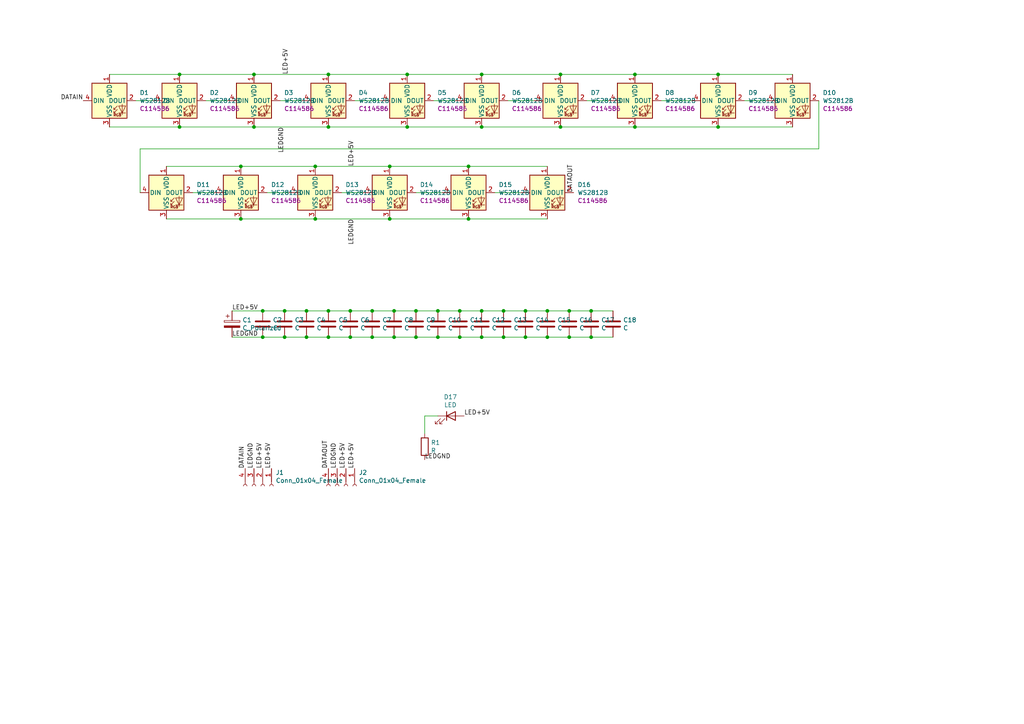
<source format=kicad_sch>
(kicad_sch (version 20211123) (generator eeschema)
  (paper "A4")
  (lib_symbols
    (symbol "Connector:Conn_01x04_Female" (pin_names (offset 1.016) hide)
      (property "Reference" "J" (at 0 5.08 0))
      (property "Value" "Conn_01x04_Female" (at 0 -7.62 0))
      (symbol "Conn_01x04_Female_1_1"
        (arc (start 0 -4.572) (mid -0.508 -5.08) (end 0 -5.588) (stroke (width 0.1524)))
        (arc (start 0 -2.032) (mid -0.508 -2.54) (end 0 -3.048) (stroke (width 0.1524)))
        (polyline (pts (xy -1.27 -5.08) (xy -0.508 -5.08)) (stroke (width 0.1524)))
        (polyline (pts (xy -1.27 -2.54) (xy -0.508 -2.54)) (stroke (width 0.1524)))
        (polyline (pts (xy -1.27 0) (xy -0.508 0)) (stroke (width 0.1524)))
        (polyline (pts (xy -1.27 2.54) (xy -0.508 2.54)) (stroke (width 0.1524)))
        (arc (start 0 0.508) (mid -0.508 0) (end 0 -0.508) (stroke (width 0.1524)))
        (arc (start 0 3.048) (mid -0.508 2.54) (end 0 2.032) (stroke (width 0.1524)))
        (pin passive line (at -5.08 2.54 0) (length 3.81) (name "Pin_1") (number "1"))
        (pin passive line (at -5.08 0 0) (length 3.81) (name "Pin_2") (number "2"))
        (pin passive line (at -5.08 -2.54 0) (length 3.81) (name "Pin_3") (number "3"))
        (pin passive line (at -5.08 -5.08 0) (length 3.81) (name "Pin_4") (number "4"))
      )
    )
    (symbol "Device:C" (pin_numbers hide) (pin_names (offset 0.254))
      (property "Reference" "C" (at 0.635 2.54 0))
      (property "Value" "C" (at 0.635 -2.54 0))
      (symbol "C_0_1"
        (polyline (pts (xy -2.032 -0.762) (xy 2.032 -0.762)) (stroke (width 0.508)))
        (polyline (pts (xy -2.032 0.762) (xy 2.032 0.762)) (stroke (width 0.508)))
      )
      (symbol "C_1_1"
        (pin passive line (at 0 3.81 270) (length 2.794) (name "~") (number "1"))
        (pin passive line (at 0 -3.81 90) (length 2.794) (name "~") (number "2"))
      )
    )
    (symbol "Device:C_Polarized" (pin_numbers hide) (pin_names (offset 0.254))
      (property "Reference" "C" (at 0.635 2.54 0))
      (property "Value" "C_Polarized" (at 0.635 -2.54 0))
      (symbol "C_Polarized_0_1"
        (rectangle (start -2.286 0.508) (end 2.286 1.016))
        (polyline (pts (xy -1.778 2.286) (xy -0.762 2.286)))
        (polyline (pts (xy -1.27 2.794) (xy -1.27 1.778)))
        (rectangle (start 2.286 -0.508) (end -2.286 -1.016) (fill (type outline)))
      )
      (symbol "C_Polarized_1_1"
        (pin passive line (at 0 3.81 270) (length 2.794) (name "~") (number "1"))
        (pin passive line (at 0 -3.81 90) (length 2.794) (name "~") (number "2"))
      )
    )
    (symbol "Device:LED" (pin_numbers hide) (pin_names (offset 1.016) hide)
      (property "Reference" "D" (at 0 2.54 0))
      (property "Value" "LED" (at 0 -2.54 0))
      (symbol "LED_0_1"
        (polyline (pts (xy -1.27 -1.27) (xy -1.27 1.27)) (stroke (width 0.254)))
        (polyline (pts (xy -1.27 0) (xy 1.27 0)))
        (polyline (pts (xy 1.27 -1.27) (xy 1.27 1.27) (xy -1.27 0) (xy 1.27 -1.27)) (stroke (width 0.254)))
        (polyline (pts (xy -3.048 -0.762) (xy -4.572 -2.286) (xy -3.81 -2.286) (xy -4.572 -2.286) (xy -4.572 -1.524)))
        (polyline (pts (xy -1.778 -0.762) (xy -3.302 -2.286) (xy -2.54 -2.286) (xy -3.302 -2.286) (xy -3.302 -1.524)))
      )
      (symbol "LED_1_1"
        (pin passive line (at -3.81 0 0) (length 2.54) (name "K") (number "1"))
        (pin passive line (at 3.81 0 180) (length 2.54) (name "A") (number "2"))
      )
    )
    (symbol "Device:R" (pin_numbers hide) (pin_names (offset 0))
      (property "Reference" "R" (at 2.032 0 90))
      (property "Value" "R" (at 0 0 90))
      (symbol "R_0_1"
        (rectangle (start -1.016 -2.54) (end 1.016 2.54) (stroke (width 0.254)))
      )
      (symbol "R_1_1"
        (pin passive line (at 0 3.81 270) (length 1.27) (name "~") (number "1"))
        (pin passive line (at 0 -3.81 90) (length 1.27) (name "~") (number "2"))
      )
    )
    (symbol "LED:WS2812B" (pin_names (offset 0.254))
      (property "Reference" "D" (at 5.08 5.715 0))
      (property "Value" "WS2812B" (at 1.27 -5.715 0))
      (symbol "WS2812B_0_0"
        (text "RGB" (at 2.286 -4.191 0) (effects (font (size 0.762 0.762))))
      )
      (symbol "WS2812B_0_1"
        (polyline (pts (xy 1.27 -3.556) (xy 1.778 -3.556)))
        (polyline (pts (xy 1.27 -2.54) (xy 1.778 -2.54)))
        (polyline (pts (xy 4.699 -3.556) (xy 2.667 -3.556)))
        (polyline (pts (xy 2.286 -2.54) (xy 1.27 -3.556) (xy 1.27 -3.048)))
        (polyline (pts (xy 2.286 -1.524) (xy 1.27 -2.54) (xy 1.27 -2.032)))
        (polyline (pts (xy 3.683 -1.016) (xy 3.683 -3.556) (xy 3.683 -4.064)))
        (polyline (pts (xy 4.699 -1.524) (xy 2.667 -1.524) (xy 3.683 -3.556) (xy 4.699 -1.524)))
        (rectangle (start 5.08 5.08) (end -5.08 -5.08) (stroke (width 0.254)) (fill (type background)))
      )
      (symbol "WS2812B_1_1"
        (pin power_in line (at 0 7.62 270) (length 2.54) (name "VDD") (number "1"))
        (pin output line (at 7.62 0 180) (length 2.54) (name "DOUT") (number "2"))
        (pin power_in line (at 0 -7.62 90) (length 2.54) (name "VSS") (number "3"))
        (pin input line (at -7.62 0 0) (length 2.54) (name "DIN") (number "4"))
      )
    )
  )
  (junction (at 162.56 36.83))
  (junction (at 184.15 21.59))
  (junction (at 73.66 36.83))
  (junction (at 133.35 90.17))
  (junction (at 120.65 97.79))
  (junction (at 139.7 97.79))
  (junction (at 118.11 21.59))
  (junction (at 146.05 97.79))
  (junction (at 69.85 63.5))
  (junction (at 76.2 97.79))
  (junction (at 158.75 90.17))
  (junction (at 208.28 21.59))
  (junction (at 52.07 36.83))
  (junction (at 95.25 90.17))
  (junction (at 152.4 97.79))
  (junction (at 171.45 90.17))
  (junction (at 76.2 90.17))
  (junction (at 101.6 97.79))
  (junction (at 113.03 48.26))
  (junction (at 114.3 97.79))
  (junction (at 158.75 97.79))
  (junction (at 52.07 21.59))
  (junction (at 135.89 48.26))
  (junction (at 162.56 21.59))
  (junction (at 113.03 63.5))
  (junction (at 139.7 21.59))
  (junction (at 114.3 90.17))
  (junction (at 165.1 97.79))
  (junction (at 73.66 21.59))
  (junction (at 107.95 90.17))
  (junction (at 95.25 36.83))
  (junction (at 139.7 90.17))
  (junction (at 146.05 90.17))
  (junction (at 95.25 97.79))
  (junction (at 208.28 36.83))
  (junction (at 184.15 36.83))
  (junction (at 88.9 97.79))
  (junction (at 152.4 90.17))
  (junction (at 118.11 36.83))
  (junction (at 91.44 48.26))
  (junction (at 69.85 48.26))
  (junction (at 127 90.17))
  (junction (at 91.44 63.5))
  (junction (at 82.55 90.17))
  (junction (at 82.55 97.79))
  (junction (at 139.7 36.83))
  (junction (at 88.9 90.17))
  (junction (at 135.89 63.5))
  (junction (at 133.35 97.79))
  (junction (at 127 97.79))
  (junction (at 165.1 90.17))
  (junction (at 101.6 90.17))
  (junction (at 95.25 21.59))
  (junction (at 171.45 97.79))
  (junction (at 120.65 90.17))
  (junction (at 107.95 97.79))
  (wire (pts (xy 31.75 36.83) (xy 52.07 36.83)))
  (wire (pts (xy 95.25 36.83) (xy 118.11 36.83)))
  (wire (pts (xy 114.3 90.17) (xy 107.95 90.17)))
  (wire (pts (xy 107.95 90.17) (xy 101.6 90.17)))
  (wire (pts (xy 120.65 90.17) (xy 114.3 90.17)))
  (wire (pts (xy 77.47 55.88) (xy 83.82 55.88)))
  (wire (pts (xy 40.64 55.88) (xy 40.64 43.18)))
  (wire (pts (xy 158.75 63.5) (xy 135.89 63.5)))
  (wire (pts (xy 118.11 36.83) (xy 139.7 36.83)))
  (wire (pts (xy 146.05 90.17) (xy 139.7 90.17)))
  (wire (pts (xy 69.85 48.26) (xy 91.44 48.26)))
  (wire (pts (xy 76.2 90.17) (xy 67.31 90.17)))
  (wire (pts (xy 208.28 21.59) (xy 184.15 21.59)))
  (wire (pts (xy 82.55 97.79) (xy 76.2 97.79)))
  (wire (pts (xy 184.15 21.59) (xy 162.56 21.59)))
  (wire (pts (xy 127 90.17) (xy 120.65 90.17)))
  (wire (pts (xy 176.53 29.21) (xy 170.18 29.21)))
  (wire (pts (xy 52.07 21.59) (xy 31.75 21.59)))
  (wire (pts (xy 133.35 97.79) (xy 127 97.79)))
  (wire (pts (xy 91.44 48.26) (xy 113.03 48.26)))
  (wire (pts (xy 177.8 97.79) (xy 171.45 97.79)))
  (wire (pts (xy 110.49 29.21) (xy 102.87 29.21)))
  (wire (pts (xy 158.75 97.79) (xy 152.4 97.79)))
  (wire (pts (xy 48.26 48.26) (xy 69.85 48.26)))
  (wire (pts (xy 127 120.65) (xy 123.19 120.65)))
  (wire (pts (xy 82.55 90.17) (xy 76.2 90.17)))
  (wire (pts (xy 91.44 63.5) (xy 69.85 63.5)))
  (wire (pts (xy 101.6 90.17) (xy 95.25 90.17)))
  (wire (pts (xy 229.87 21.59) (xy 208.28 21.59)))
  (wire (pts (xy 132.08 29.21) (xy 125.73 29.21)))
  (wire (pts (xy 95.25 21.59) (xy 73.66 21.59)))
  (wire (pts (xy 135.89 63.5) (xy 113.03 63.5)))
  (wire (pts (xy 76.2 97.79) (xy 67.31 97.79)))
  (wire (pts (xy 59.69 29.21) (xy 66.04 29.21)))
  (wire (pts (xy 39.37 29.21) (xy 44.45 29.21)))
  (wire (pts (xy 177.8 90.17) (xy 171.45 90.17)))
  (wire (pts (xy 171.45 90.17) (xy 165.1 90.17)))
  (wire (pts (xy 55.88 55.88) (xy 62.23 55.88)))
  (wire (pts (xy 165.1 90.17) (xy 158.75 90.17)))
  (wire (pts (xy 200.66 29.21) (xy 191.77 29.21)))
  (wire (pts (xy 107.95 97.79) (xy 101.6 97.79)))
  (wire (pts (xy 146.05 97.79) (xy 139.7 97.79)))
  (wire (pts (xy 101.6 97.79) (xy 95.25 97.79)))
  (wire (pts (xy 158.75 90.17) (xy 152.4 90.17)))
  (wire (pts (xy 133.35 90.17) (xy 127 90.17)))
  (wire (pts (xy 152.4 90.17) (xy 146.05 90.17)))
  (wire (pts (xy 69.85 63.5) (xy 48.26 63.5)))
  (wire (pts (xy 95.25 97.79) (xy 88.9 97.79)))
  (wire (pts (xy 184.15 36.83) (xy 208.28 36.83)))
  (wire (pts (xy 127 97.79) (xy 120.65 97.79)))
  (wire (pts (xy 123.19 120.65) (xy 123.19 125.73)))
  (wire (pts (xy 165.1 97.79) (xy 158.75 97.79)))
  (wire (pts (xy 222.25 29.21) (xy 215.9 29.21)))
  (wire (pts (xy 52.07 36.83) (xy 73.66 36.83)))
  (wire (pts (xy 147.32 29.21) (xy 154.94 29.21)))
  (wire (pts (xy 139.7 97.79) (xy 133.35 97.79)))
  (wire (pts (xy 139.7 90.17) (xy 133.35 90.17)))
  (wire (pts (xy 162.56 36.83) (xy 184.15 36.83)))
  (wire (pts (xy 208.28 36.83) (xy 229.87 36.83)))
  (wire (pts (xy 99.06 55.88) (xy 105.41 55.88)))
  (wire (pts (xy 162.56 21.59) (xy 139.7 21.59)))
  (wire (pts (xy 81.28 29.21) (xy 87.63 29.21)))
  (wire (pts (xy 73.66 36.83) (xy 95.25 36.83)))
  (wire (pts (xy 171.45 97.79) (xy 165.1 97.79)))
  (wire (pts (xy 95.25 90.17) (xy 88.9 90.17)))
  (wire (pts (xy 88.9 90.17) (xy 82.55 90.17)))
  (wire (pts (xy 139.7 36.83) (xy 162.56 36.83)))
  (wire (pts (xy 152.4 97.79) (xy 146.05 97.79)))
  (wire (pts (xy 120.65 97.79) (xy 114.3 97.79)))
  (wire (pts (xy 88.9 97.79) (xy 82.55 97.79)))
  (wire (pts (xy 143.51 55.88) (xy 151.13 55.88)))
  (wire (pts (xy 113.03 63.5) (xy 91.44 63.5)))
  (wire (pts (xy 73.66 21.59) (xy 52.07 21.59)))
  (wire (pts (xy 113.03 48.26) (xy 135.89 48.26)))
  (wire (pts (xy 118.11 21.59) (xy 95.25 21.59)))
  (wire (pts (xy 114.3 97.79) (xy 107.95 97.79)))
  (wire (pts (xy 40.64 43.18) (xy 237.49 43.18)))
  (wire (pts (xy 120.65 55.88) (xy 128.27 55.88)))
  (wire (pts (xy 139.7 21.59) (xy 118.11 21.59)))
  (wire (pts (xy 135.89 48.26) (xy 158.75 48.26)))
  (wire (pts (xy 237.49 43.18) (xy 237.49 29.21)))
  (label "DATAIN" (at 71.12 135.89 90))
  (label "LEDGND" (at 123.19 133.35 0))
  (label "DATAOUT" (at 95.25 135.89 90))
  (label "LED+5V" (at 76.2 135.89 90))
  (label "LED+5V" (at 83.82 21.59 90))
  (label "LED+5V" (at 67.31 90.17 0))
  (label "LED+5V" (at 78.74 135.89 90))
  (label "DATAOUT" (at 166.37 55.88 90))
  (label "LED+5V" (at 134.62 120.65 0))
  (label "LEDGND" (at 82.55 36.83 270))
  (label "LEDGND" (at 102.87 63.5 270))
  (label "LEDGND" (at 73.66 135.89 90))
  (label "LEDGND" (at 67.31 97.79 0))
  (label "LEDGND" (at 97.79 135.89 90))
  (label "LED+5V" (at 100.33 135.89 90))
  (label "LED+5V" (at 102.87 135.89 90))
  (label "DATAIN" (at 24.13 29.21 180))
  (label "LED+5V" (at 102.87 48.26 90))
  (symbol (lib_id "Device:C_Polarized") (at 67.31 93.98 0) (unit 1)
    (property "Reference" "C1" (at 70.3072 92.8116 0) (effects (justify left)))
    (property "Value" "C_Polarized" (at 70.3072 95.123 0) (effects (justify left)))
    (property "Footprint" "OH_Footprints:CP_Elec_8x10" (effects hide))
  )
  (symbol (lib_id "Device:C") (at 76.2 93.98 0) (unit 1)
    (property "Reference" "C2" (at 79.121 92.8116 0) (effects (justify left)))
    (property "Value" "C" (at 79.121 95.123 0) (effects (justify left)))
    (property "Footprint" "OH_Footprints:C_0603_1608Metric" (effects hide))
  )
  (symbol (lib_id "Device:C") (at 82.55 93.98 0) (unit 1)
    (property "Reference" "C3" (at 85.471 92.8116 0) (effects (justify left)))
    (property "Value" "C" (at 85.471 95.123 0) (effects (justify left)))
    (property "Footprint" "OH_Footprints:C_0603_1608Metric" (effects hide))
  )
  (symbol (lib_id "Device:C") (at 88.9 93.98 0) (unit 1)
    (property "Reference" "C4" (at 91.821 92.8116 0) (effects (justify left)))
    (property "Value" "C" (at 91.821 95.123 0) (effects (justify left)))
    (property "Footprint" "OH_Footprints:C_0603_1608Metric" (effects hide))
  )
  (symbol (lib_id "Device:C") (at 95.25 93.98 0) (unit 1)
    (property "Reference" "C5" (at 98.171 92.8116 0) (effects (justify left)))
    (property "Value" "C" (at 98.171 95.123 0) (effects (justify left)))
    (property "Footprint" "OH_Footprints:C_0603_1608Metric" (effects hide))
  )
  (symbol (lib_id "Device:C") (at 101.6 93.98 0) (unit 1)
    (property "Reference" "C6" (at 104.521 92.8116 0) (effects (justify left)))
    (property "Value" "C" (at 104.521 95.123 0) (effects (justify left)))
    (property "Footprint" "OH_Footprints:C_0603_1608Metric" (effects hide))
  )
  (symbol (lib_id "Device:C") (at 107.95 93.98 0) (unit 1)
    (property "Reference" "C7" (at 110.871 92.8116 0) (effects (justify left)))
    (property "Value" "C" (at 110.871 95.123 0) (effects (justify left)))
    (property "Footprint" "OH_Footprints:C_0603_1608Metric" (effects hide))
  )
  (symbol (lib_id "Device:C") (at 114.3 93.98 0) (unit 1)
    (property "Reference" "C8" (at 117.221 92.8116 0) (effects (justify left)))
    (property "Value" "C" (at 117.221 95.123 0) (effects (justify left)))
    (property "Footprint" "OH_Footprints:C_0603_1608Metric" (effects hide))
  )
  (symbol (lib_id "Device:C") (at 120.65 93.98 0) (unit 1)
    (property "Reference" "C9" (at 123.571 92.8116 0) (effects (justify left)))
    (property "Value" "C" (at 123.571 95.123 0) (effects (justify left)))
    (property "Footprint" "OH_Footprints:C_0603_1608Metric" (effects hide))
  )
  (symbol (lib_id "Device:C") (at 127 93.98 0) (unit 1)
    (property "Reference" "C10" (at 129.921 92.8116 0) (effects (justify left)))
    (property "Value" "C" (at 129.921 95.123 0) (effects (justify left)))
    (property "Footprint" "OH_Footprints:C_0603_1608Metric" (effects hide))
  )
  (symbol (lib_id "Device:C") (at 133.35 93.98 0) (unit 1)
    (property "Reference" "C11" (at 136.271 92.8116 0) (effects (justify left)))
    (property "Value" "C" (at 136.271 95.123 0) (effects (justify left)))
    (property "Footprint" "OH_Footprints:C_0603_1608Metric" (effects hide))
  )
  (symbol (lib_id "Device:C") (at 139.7 93.98 0) (unit 1)
    (property "Reference" "C12" (at 142.621 92.8116 0) (effects (justify left)))
    (property "Value" "C" (at 142.621 95.123 0) (effects (justify left)))
    (property "Footprint" "OH_Footprints:C_0603_1608Metric" (effects hide))
  )
  (symbol (lib_id "Device:C") (at 146.05 93.98 0) (unit 1)
    (property "Reference" "C13" (at 148.971 92.8116 0) (effects (justify left)))
    (property "Value" "C" (at 148.971 95.123 0) (effects (justify left)))
    (property "Footprint" "OH_Footprints:C_0603_1608Metric" (effects hide))
  )
  (symbol (lib_id "Device:C") (at 152.4 93.98 0) (unit 1)
    (property "Reference" "C14" (at 155.321 92.8116 0) (effects (justify left)))
    (property "Value" "C" (at 155.321 95.123 0) (effects (justify left)))
    (property "Footprint" "OH_Footprints:C_0603_1608Metric" (effects hide))
  )
  (symbol (lib_id "Device:C") (at 158.75 93.98 0) (unit 1)
    (property "Reference" "C15" (at 161.671 92.8116 0) (effects (justify left)))
    (property "Value" "C" (at 161.671 95.123 0) (effects (justify left)))
    (property "Footprint" "OH_Footprints:C_0603_1608Metric" (effects hide))
  )
  (symbol (lib_id "Device:C") (at 165.1 93.98 0) (unit 1)
    (property "Reference" "C16" (at 168.021 92.8116 0) (effects (justify left)))
    (property "Value" "C" (at 168.021 95.123 0) (effects (justify left)))
    (property "Footprint" "OH_Footprints:C_0603_1608Metric" (effects hide))
  )
  (symbol (lib_id "Device:C") (at 171.45 93.98 0) (unit 1)
    (property "Reference" "C17" (at 174.371 92.8116 0) (effects (justify left)))
    (property "Value" "C" (at 174.371 95.123 0) (effects (justify left)))
    (property "Footprint" "OH_Footprints:C_0603_1608Metric" (effects hide))
  )
  (symbol (lib_id "Device:C") (at 177.8 93.98 0) (unit 1)
    (property "Reference" "C18" (at 180.721 92.8116 0) (effects (justify left)))
    (property "Value" "C" (at 180.721 95.123 0) (effects (justify left)))
    (property "Footprint" "OH_Footprints:C_0603_1608Metric" (effects hide))
  )
  (symbol (lib_id "Connector:Conn_01x04_Female") (at 76.2 140.97 270) (unit 1)
    (property "Reference" "J1" (at 79.9592 137.0584 90) (effects (justify left)))
    (property "Value" "Conn_01x04_Female" (at 79.9592 139.3698 90) (effects (justify left)))
    (property "Footprint" "OH_Footprints:Molex_Mini-Fit_Jr_5566-04A_2x02_P4.20mm_Vertical" (effects hide))
  )
  (symbol (lib_id "Connector:Conn_01x04_Female") (at 100.33 140.97 270) (unit 1)
    (property "Reference" "J2" (at 104.0892 137.0584 90) (effects (justify left)))
    (property "Value" "Conn_01x04_Female" (at 104.0892 139.3698 90) (effects (justify left)))
    (property "Footprint" "OH_Footprints:Molex_Mini-Fit_Jr_5566-04A_2x02_P4.20mm_Vertical" (effects hide))
  )
  (symbol (lib_id "Device:R") (at 123.19 129.54 0) (unit 1)
    (property "Reference" "R1" (at 124.968 128.3716 0) (effects (justify left)))
    (property "Value" "R" (at 124.968 130.683 0) (effects (justify left)))
    (property "Footprint" "OH_Footprints:R_0603_1608Metric" (effects hide))
  )
  (symbol (lib_id "Device:LED") (at 130.81 120.65 0) (unit 1)
    (property "Reference" "D17" (at 130.6322 115.1382 0))
    (property "Value" "LED" (at 130.6322 117.4496 0))
    (property "Footprint" "OH_Footprints:LED_D3.0mm" (effects hide))
  )
  (symbol (lib_id "LED:WS2812B") (at 31.75 29.21 0) (unit 1)
    (property "Reference" "D1" (at 40.4876 26.8986 0) (effects (justify left)))
    (property "Value" "WS2812B" (at 40.4876 29.21 0) (effects (justify left)))
    (property "Footprint" "OH_Footprints:LED_WS2812B_PLCC4_5.0x5.0mm_P3.2mm" (effects hide))
    (property "Datasheet" "https://cdn-shop.adafruit.com/datasheets/WS2812B.pdf" (effects hide))
    (property "LCSC Part Number" "C114586" (at 40.4876 31.5214 0) (effects (justify left)))
  )
  (symbol (lib_id "LED:WS2812B") (at 52.07 29.21 0) (unit 1)
    (property "Reference" "D2" (at 60.8076 26.8986 0) (effects (justify left)))
    (property "Value" "WS2812B" (at 60.8076 29.21 0) (effects (justify left)))
    (property "Footprint" "OH_Footprints:LED_WS2812B_PLCC4_5.0x5.0mm_P3.2mm" (effects hide))
    (property "Datasheet" "https://cdn-shop.adafruit.com/datasheets/WS2812B.pdf" (effects hide))
    (property "LCSC Part Number" "C114586" (at 60.8076 31.5214 0) (effects (justify left)))
  )
  (symbol (lib_id "LED:WS2812B") (at 73.66 29.21 0) (unit 1)
    (property "Reference" "D3" (at 82.3976 26.8986 0) (effects (justify left)))
    (property "Value" "WS2812B" (at 82.3976 29.21 0) (effects (justify left)))
    (property "Footprint" "OH_Footprints:LED_WS2812B_PLCC4_5.0x5.0mm_P3.2mm" (effects hide))
    (property "Datasheet" "https://cdn-shop.adafruit.com/datasheets/WS2812B.pdf" (effects hide))
    (property "LCSC Part Number" "C114586" (at 82.3976 31.5214 0) (effects (justify left)))
  )
  (symbol (lib_id "LED:WS2812B") (at 95.25 29.21 0) (unit 1)
    (property "Reference" "D4" (at 103.9876 26.8986 0) (effects (justify left)))
    (property "Value" "WS2812B" (at 103.9876 29.21 0) (effects (justify left)))
    (property "Footprint" "OH_Footprints:LED_WS2812B_PLCC4_5.0x5.0mm_P3.2mm" (effects hide))
    (property "Datasheet" "https://cdn-shop.adafruit.com/datasheets/WS2812B.pdf" (effects hide))
    (property "LCSC Part Number" "C114586" (at 103.9876 31.5214 0) (effects (justify left)))
  )
  (symbol (lib_id "LED:WS2812B") (at 118.11 29.21 0) (unit 1)
    (property "Reference" "D5" (at 126.8476 26.8986 0) (effects (justify left)))
    (property "Value" "WS2812B" (at 126.8476 29.21 0) (effects (justify left)))
    (property "Footprint" "OH_Footprints:LED_WS2812B_PLCC4_5.0x5.0mm_P3.2mm" (effects hide))
    (property "Datasheet" "https://cdn-shop.adafruit.com/datasheets/WS2812B.pdf" (effects hide))
    (property "LCSC Part Number" "C114586" (at 126.8476 31.5214 0) (effects (justify left)))
  )
  (symbol (lib_id "LED:WS2812B") (at 139.7 29.21 0) (unit 1)
    (property "Reference" "D6" (at 148.4376 26.8986 0) (effects (justify left)))
    (property "Value" "WS2812B" (at 148.4376 29.21 0) (effects (justify left)))
    (property "Footprint" "OH_Footprints:LED_WS2812B_PLCC4_5.0x5.0mm_P3.2mm" (effects hide))
    (property "Datasheet" "https://cdn-shop.adafruit.com/datasheets/WS2812B.pdf" (effects hide))
    (property "LCSC Part Number" "C114586" (at 148.4376 31.5214 0) (effects (justify left)))
  )
  (symbol (lib_id "LED:WS2812B") (at 162.56 29.21 0) (unit 1)
    (property "Reference" "D7" (at 171.2976 26.8986 0) (effects (justify left)))
    (property "Value" "WS2812B" (at 171.2976 29.21 0) (effects (justify left)))
    (property "Footprint" "OH_Footprints:LED_WS2812B_PLCC4_5.0x5.0mm_P3.2mm" (effects hide))
    (property "Datasheet" "https://cdn-shop.adafruit.com/datasheets/WS2812B.pdf" (effects hide))
    (property "LCSC Part Number" "C114586" (at 171.2976 31.5214 0) (effects (justify left)))
  )
  (symbol (lib_id "LED:WS2812B") (at 184.15 29.21 0) (unit 1)
    (property "Reference" "D8" (at 192.8876 26.8986 0) (effects (justify left)))
    (property "Value" "WS2812B" (at 192.8876 29.21 0) (effects (justify left)))
    (property "Footprint" "OH_Footprints:LED_WS2812B_PLCC4_5.0x5.0mm_P3.2mm" (effects hide))
    (property "Datasheet" "https://cdn-shop.adafruit.com/datasheets/WS2812B.pdf" (effects hide))
    (property "LCSC Part Number" "C114586" (at 192.8876 31.5214 0) (effects (justify left)))
  )
  (symbol (lib_id "LED:WS2812B") (at 208.28 29.21 0) (unit 1)
    (property "Reference" "D9" (at 217.0176 26.8986 0) (effects (justify left)))
    (property "Value" "WS2812B" (at 217.0176 29.21 0) (effects (justify left)))
    (property "Footprint" "OH_Footprints:LED_WS2812B_PLCC4_5.0x5.0mm_P3.2mm" (effects hide))
    (property "Datasheet" "https://cdn-shop.adafruit.com/datasheets/WS2812B.pdf" (effects hide))
    (property "LCSC Part Number" "C114586" (at 217.0176 31.5214 0) (effects (justify left)))
  )
  (symbol (lib_id "LED:WS2812B") (at 229.87 29.21 0) (unit 1)
    (property "Reference" "D10" (at 238.6076 26.8986 0) (effects (justify left)))
    (property "Value" "WS2812B" (at 238.6076 29.21 0) (effects (justify left)))
    (property "Footprint" "OH_Footprints:LED_WS2812B_PLCC4_5.0x5.0mm_P3.2mm" (effects hide))
    (property "Datasheet" "https://cdn-shop.adafruit.com/datasheets/WS2812B.pdf" (effects hide))
    (property "LCSC Part Number" "C114586" (at 238.6076 31.5214 0) (effects (justify left)))
  )
  (symbol (lib_id "LED:WS2812B") (at 135.89 55.88 0) (unit 1)
    (property "Reference" "D15" (at 144.6276 53.5686 0) (effects (justify left)))
    (property "Value" "WS2812B" (at 144.6276 55.88 0) (effects (justify left)))
    (property "Footprint" "OH_Footprints:LED_WS2812B_PLCC4_5.0x5.0mm_P3.2mm" (effects hide))
    (property "Datasheet" "https://cdn-shop.adafruit.com/datasheets/WS2812B.pdf" (effects hide))
    (property "LCSC Part Number" "C114586" (at 144.6276 58.1914 0) (effects (justify left)))
  )
  (symbol (lib_id "LED:WS2812B") (at 158.75 55.88 0) (unit 1)
    (property "Reference" "D16" (at 167.4876 53.5686 0) (effects (justify left)))
    (property "Value" "WS2812B" (at 167.4876 55.88 0) (effects (justify left)))
    (property "Footprint" "OH_Footprints:LED_WS2812B_PLCC4_5.0x5.0mm_P3.2mm" (effects hide))
    (property "Datasheet" "https://cdn-shop.adafruit.com/datasheets/WS2812B.pdf" (effects hide))
    (property "LCSC Part Number" "C114586" (at 167.4876 58.1914 0) (effects (justify left)))
  )
  (symbol (lib_id "LED:WS2812B") (at 48.26 55.88 0) (unit 1)
    (property "Reference" "D11" (at 56.9976 53.5686 0) (effects (justify left)))
    (property "Value" "WS2812B" (at 56.9976 55.88 0) (effects (justify left)))
    (property "Footprint" "OH_Footprints:LED_WS2812B_PLCC4_5.0x5.0mm_P3.2mm" (effects hide))
    (property "Datasheet" "https://cdn-shop.adafruit.com/datasheets/WS2812B.pdf" (effects hide))
    (property "LCSC Part Number" "C114586" (at 56.9976 58.1914 0) (effects (justify left)))
  )
  (symbol (lib_id "LED:WS2812B") (at 69.85 55.88 0) (unit 1)
    (property "Reference" "D12" (at 78.5876 53.5686 0) (effects (justify left)))
    (property "Value" "WS2812B" (at 78.5876 55.88 0) (effects (justify left)))
    (property "Footprint" "OH_Footprints:LED_WS2812B_PLCC4_5.0x5.0mm_P3.2mm" (effects hide))
    (property "Datasheet" "https://cdn-shop.adafruit.com/datasheets/WS2812B.pdf" (effects hide))
    (property "LCSC Part Number" "C114586" (at 78.5876 58.1914 0) (effects (justify left)))
  )
  (symbol (lib_id "LED:WS2812B") (at 91.44 55.88 0) (unit 1)
    (property "Reference" "D13" (at 100.1776 53.5686 0) (effects (justify left)))
    (property "Value" "WS2812B" (at 100.1776 55.88 0) (effects (justify left)))
    (property "Footprint" "OH_Footprints:LED_WS2812B_PLCC4_5.0x5.0mm_P3.2mm" (effects hide))
    (property "Datasheet" "https://cdn-shop.adafruit.com/datasheets/WS2812B.pdf" (effects hide))
    (property "LCSC Part Number" "C114586" (at 100.1776 58.1914 0) (effects (justify left)))
  )
  (symbol (lib_id "LED:WS2812B") (at 113.03 55.88 0) (unit 1)
    (property "Reference" "D14" (at 121.7676 53.5686 0) (effects (justify left)))
    (property "Value" "WS2812B" (at 121.7676 55.88 0) (effects (justify left)))
    (property "Footprint" "OH_Footprints:LED_WS2812B_PLCC4_5.0x5.0mm_P3.2mm" (effects hide))
    (property "Datasheet" "https://cdn-shop.adafruit.com/datasheets/WS2812B.pdf" (effects hide))
    (property "LCSC Part Number" "C114586" (at 121.7676 58.1914 0) (effects (justify left)))
  )
)
</source>
